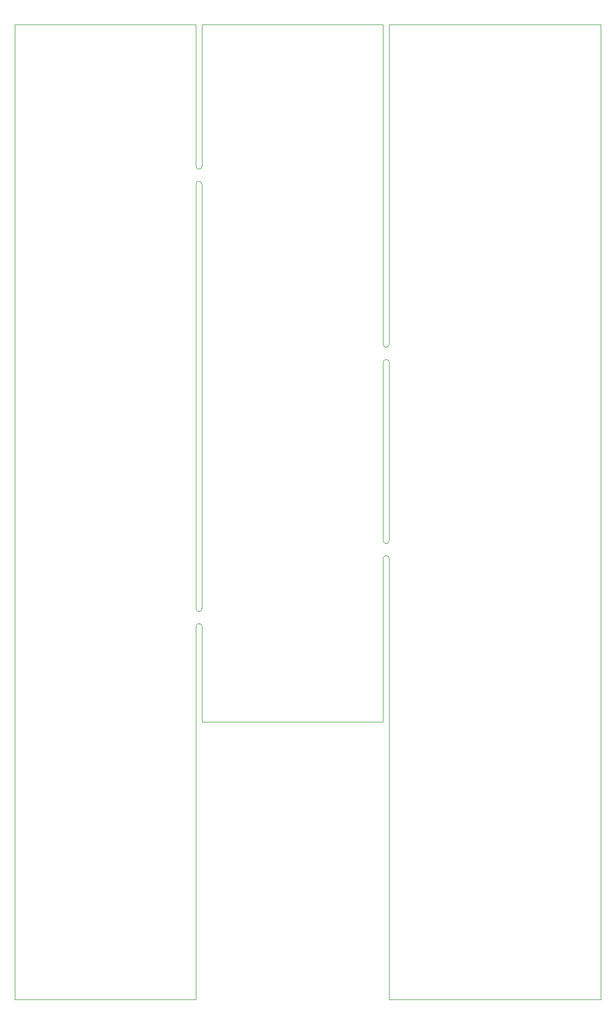
<source format=gbr>
%TF.GenerationSoftware,KiCad,Pcbnew,8.0.0*%
%TF.CreationDate,2025-03-21T10:21:52+01:00*%
%TF.ProjectId,MuseMatrix_Core,4d757365-4d61-4747-9269-785f436f7265,rev?*%
%TF.SameCoordinates,Original*%
%TF.FileFunction,Profile,NP*%
%FSLAX46Y46*%
G04 Gerber Fmt 4.6, Leading zero omitted, Abs format (unit mm)*
G04 Created by KiCad (PCBNEW 8.0.0) date 2025-03-21 10:21:52*
%MOMM*%
%LPD*%
G01*
G04 APERTURE LIST*
%TA.AperFunction,Profile*%
%ADD10C,0.050000*%
%TD*%
G04 APERTURE END LIST*
D10*
X84500000Y-103500000D02*
X84500000Y-104250000D01*
X83500000Y-104250000D02*
X83500000Y-103500000D01*
X83500000Y-99750000D02*
X83500000Y-100500000D01*
X84500000Y-99750000D02*
X84500000Y-100500000D01*
X84500000Y-100500000D02*
G75*
G02*
X83500000Y-100500000I-500000J0D01*
G01*
X83500000Y-103500000D02*
G75*
G02*
X84500000Y-103500000I500000J0D01*
G01*
X84500000Y-67000000D02*
X84500000Y-68000000D01*
X83500000Y-67000000D02*
X83500000Y-68000000D01*
X84500000Y-71000000D02*
X84500000Y-72000000D01*
X83500000Y-72000000D02*
X83500000Y-71000000D01*
X84500000Y-68000000D02*
G75*
G02*
X83500000Y-68000000I-500000J0D01*
G01*
X83500000Y-71000000D02*
G75*
G02*
X84500000Y-71000000I500000J0D01*
G01*
X53500000Y-114750000D02*
X53500000Y-115500000D01*
X52500000Y-115500000D02*
X52500000Y-114750000D01*
X52500000Y-110750000D02*
X52500000Y-111750000D01*
X53500000Y-110750000D02*
X53500000Y-111750000D01*
X53500000Y-111750000D02*
G75*
G02*
X52500000Y-111750000I-500000J0D01*
G01*
X52500000Y-114750000D02*
G75*
G02*
X53500000Y-114750000I500000J0D01*
G01*
X53500000Y-41500000D02*
X53500000Y-42750000D01*
X52500000Y-42750000D02*
X52500000Y-41500000D01*
X52500000Y-37500000D02*
X52500000Y-38500000D01*
X53500000Y-38500000D02*
G75*
G02*
X52500000Y-38500000I-500000J0D01*
G01*
X53500000Y-37500000D02*
X53500000Y-38500000D01*
X52500000Y-41500000D02*
G75*
G02*
X53500000Y-41500000I500000J0D01*
G01*
X84500000Y-176500000D02*
X84500000Y-104250000D01*
X119500000Y-176500000D02*
X84500000Y-176500000D01*
X119500000Y-15000000D02*
X119500000Y-176500000D01*
X84500000Y-15000000D02*
X119500000Y-15000000D01*
X84500000Y-67000000D02*
X84500000Y-15000000D01*
X83500000Y-67000000D02*
X83457664Y-15000000D01*
X84500000Y-99750000D02*
X84500000Y-72000000D01*
X83500000Y-72000000D02*
X83500000Y-99750000D01*
X83457664Y-130500000D02*
X83500000Y-104250000D01*
X52500000Y-115500000D02*
X52500000Y-130500000D01*
X52500000Y-110750000D02*
X52500000Y-42750000D01*
X52500000Y-37500000D02*
X52500000Y-15000000D01*
X53500000Y-37500000D02*
X53457664Y-15000000D01*
X53500000Y-110750000D02*
X53500000Y-42750000D01*
X53457664Y-130500000D02*
X53500000Y-115500000D01*
X22500000Y-176500000D02*
X52500000Y-176500000D01*
X83457664Y-130500000D02*
X53457664Y-130500000D01*
X53457664Y-15000000D02*
X83457664Y-15000000D01*
X22500000Y-15000000D02*
X22500000Y-176500000D01*
X52500000Y-176500000D02*
X52500000Y-130500000D01*
X52500000Y-15000000D02*
X22500000Y-15000000D01*
M02*

</source>
